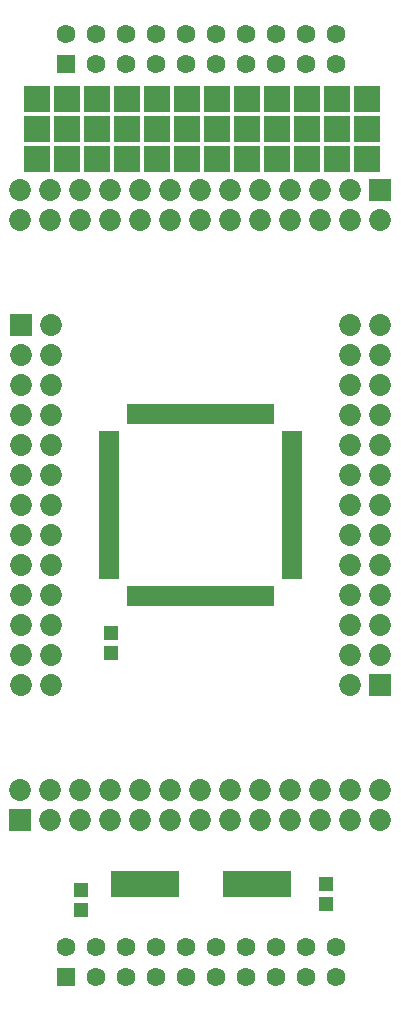
<source format=gbr>
%TF.GenerationSoftware,Altium Limited,Altium Designer,23.4.1 (23)*%
G04 Layer_Color=8388736*
%FSLAX45Y45*%
%MOMM*%
%TF.SameCoordinates,3C8645F9-427F-4EF9-BD5D-D69B0DC8593D*%
%TF.FilePolarity,Negative*%
%TF.FileFunction,Soldermask,Top*%
%TF.Part,Single*%
G01*
G75*
%TA.AperFunction,SMDPad,CuDef*%
%ADD26R,1.67820X0.50320*%
%ADD27R,0.50320X1.67820*%
%ADD28R,5.80320X2.30320*%
%ADD29R,1.20320X1.30320*%
%TA.AperFunction,ComponentPad*%
%ADD30C,1.85320*%
%ADD31R,1.85320X1.85320*%
%ADD32R,1.85320X1.85320*%
%TA.AperFunction,ViaPad*%
%ADD33R,2.20320X2.20320*%
%TA.AperFunction,ComponentPad*%
%ADD34R,1.59320X1.59320*%
%ADD35C,1.59320*%
D26*
X876200Y3900000D02*
D03*
Y3950000D02*
D03*
Y4000000D02*
D03*
Y4050000D02*
D03*
Y4100000D02*
D03*
Y4150000D02*
D03*
Y4200000D02*
D03*
Y4250000D02*
D03*
Y4300000D02*
D03*
Y4350000D02*
D03*
Y4400000D02*
D03*
Y4450000D02*
D03*
Y4500000D02*
D03*
Y4550000D02*
D03*
Y4600000D02*
D03*
Y4650000D02*
D03*
Y4700000D02*
D03*
Y4750000D02*
D03*
Y4800000D02*
D03*
Y4850000D02*
D03*
Y4900000D02*
D03*
Y4950000D02*
D03*
Y5000000D02*
D03*
Y5050000D02*
D03*
Y5100000D02*
D03*
X2423800D02*
D03*
Y5050000D02*
D03*
Y5000000D02*
D03*
Y4950000D02*
D03*
Y4900000D02*
D03*
Y4850000D02*
D03*
Y4800000D02*
D03*
Y4750000D02*
D03*
Y4700000D02*
D03*
Y4650000D02*
D03*
Y4600000D02*
D03*
Y4550000D02*
D03*
Y4500000D02*
D03*
Y4450000D02*
D03*
Y4400000D02*
D03*
Y4350000D02*
D03*
Y4300000D02*
D03*
Y4250000D02*
D03*
Y4200000D02*
D03*
Y4150000D02*
D03*
Y4100000D02*
D03*
Y4050000D02*
D03*
Y4000000D02*
D03*
Y3950000D02*
D03*
Y3900000D02*
D03*
D27*
X1050000Y5273800D02*
D03*
X1100000D02*
D03*
X1150000D02*
D03*
X1200000D02*
D03*
X1250000D02*
D03*
X1300000D02*
D03*
X1350000D02*
D03*
X1400000D02*
D03*
X1450000D02*
D03*
X1500000D02*
D03*
X1550000D02*
D03*
X1600000D02*
D03*
X1650000D02*
D03*
X1700000D02*
D03*
X1750000D02*
D03*
X1800000D02*
D03*
X1850000D02*
D03*
X1900000D02*
D03*
X1950000D02*
D03*
X2000000D02*
D03*
X2050000D02*
D03*
X2100000D02*
D03*
X2150000D02*
D03*
X2200000D02*
D03*
X2250000D02*
D03*
Y3726200D02*
D03*
X2200000D02*
D03*
X2150000D02*
D03*
X2100000D02*
D03*
X2050000D02*
D03*
X2000000D02*
D03*
X1950000D02*
D03*
X1900000D02*
D03*
X1850000D02*
D03*
X1800000D02*
D03*
X1750000D02*
D03*
X1700000D02*
D03*
X1650000D02*
D03*
X1600000D02*
D03*
X1550000D02*
D03*
X1500000D02*
D03*
X1450000D02*
D03*
X1400000D02*
D03*
X1350000D02*
D03*
X1300000D02*
D03*
X1250000D02*
D03*
X1200000D02*
D03*
X1150000D02*
D03*
X1100000D02*
D03*
X1050000D02*
D03*
D28*
X2126000Y1295400D02*
D03*
X1176000D02*
D03*
D29*
X889000Y3248750D02*
D03*
Y3418750D02*
D03*
X2714625Y1291500D02*
D03*
Y1121500D02*
D03*
X635000Y1243875D02*
D03*
Y1073875D02*
D03*
D30*
X381000Y2976000D02*
D03*
X127000D02*
D03*
X381000Y3230000D02*
D03*
X127000D02*
D03*
X381000Y3484000D02*
D03*
X127000D02*
D03*
X381000Y3738000D02*
D03*
X127000D02*
D03*
X381000Y3992000D02*
D03*
X127000D02*
D03*
X381000Y4246000D02*
D03*
X127000D02*
D03*
X381000Y4500000D02*
D03*
X127000D02*
D03*
X381000Y4754000D02*
D03*
X127000D02*
D03*
X381000Y5008000D02*
D03*
X127000D02*
D03*
X381000Y5262000D02*
D03*
X127000D02*
D03*
X381000Y5516000D02*
D03*
X127000D02*
D03*
X381000Y5770000D02*
D03*
X127000D02*
D03*
X381000Y6024000D02*
D03*
X126000Y2087000D02*
D03*
X380000Y1833000D02*
D03*
Y2087000D02*
D03*
X634000Y1833000D02*
D03*
Y2087000D02*
D03*
X888000Y1833000D02*
D03*
Y2087000D02*
D03*
X1142000Y1833000D02*
D03*
Y2087000D02*
D03*
X1396000Y1833000D02*
D03*
Y2087000D02*
D03*
X1650000Y1833000D02*
D03*
Y2087000D02*
D03*
X1904000Y1833000D02*
D03*
Y2087000D02*
D03*
X2158000Y1833000D02*
D03*
Y2087000D02*
D03*
X2412000Y1833000D02*
D03*
Y2087000D02*
D03*
X2666000Y1833000D02*
D03*
Y2087000D02*
D03*
X2920000Y1833000D02*
D03*
Y2087000D02*
D03*
X3174000Y1833000D02*
D03*
Y2087000D02*
D03*
Y6913000D02*
D03*
X2920000Y7167000D02*
D03*
Y6913000D02*
D03*
X2666000Y7167000D02*
D03*
Y6913000D02*
D03*
X2412000Y7167000D02*
D03*
Y6913000D02*
D03*
X2158000Y7167000D02*
D03*
Y6913000D02*
D03*
X1904000Y7167000D02*
D03*
Y6913000D02*
D03*
X1650000Y7167000D02*
D03*
Y6913000D02*
D03*
X1396000Y7167000D02*
D03*
Y6913000D02*
D03*
X1142000Y7167000D02*
D03*
Y6913000D02*
D03*
X888000Y7167000D02*
D03*
Y6913000D02*
D03*
X634000Y7167000D02*
D03*
Y6913000D02*
D03*
X380000Y7167000D02*
D03*
Y6913000D02*
D03*
X126000Y7167000D02*
D03*
Y6913000D02*
D03*
X2919000Y2976000D02*
D03*
X3173000Y3230000D02*
D03*
X2919000D02*
D03*
X3173000Y3484000D02*
D03*
X2919000D02*
D03*
X3173000Y3738000D02*
D03*
X2919000D02*
D03*
X3173000Y3992000D02*
D03*
X2919000D02*
D03*
X3173000Y4246000D02*
D03*
X2919000D02*
D03*
X3173000Y4500000D02*
D03*
X2919000D02*
D03*
X3173000Y4754000D02*
D03*
X2919000D02*
D03*
X3173000Y5008000D02*
D03*
X2919000D02*
D03*
X3173000Y5262000D02*
D03*
X2919000D02*
D03*
X3173000Y5516000D02*
D03*
X2919000D02*
D03*
X3173000Y5770000D02*
D03*
X2919000D02*
D03*
X3173000Y6024000D02*
D03*
X2919000D02*
D03*
D31*
X127000D02*
D03*
X3173000Y2976000D02*
D03*
D32*
X126000Y1833000D02*
D03*
X3174000Y7167000D02*
D03*
D33*
X269875Y7429500D02*
D03*
X1031875D02*
D03*
X523875D02*
D03*
X777875D02*
D03*
X1285875D02*
D03*
X2047875D02*
D03*
X1793875D02*
D03*
X1539875D02*
D03*
X3063875D02*
D03*
X2809875D02*
D03*
X2301875D02*
D03*
X2555875D02*
D03*
X2301875Y7937500D02*
D03*
Y7683500D02*
D03*
X2555875D02*
D03*
Y7937500D02*
D03*
X3063875D02*
D03*
Y7683500D02*
D03*
X2809875D02*
D03*
Y7937500D02*
D03*
X1285875D02*
D03*
Y7683500D02*
D03*
X1539875D02*
D03*
Y7937500D02*
D03*
X2047875D02*
D03*
Y7683500D02*
D03*
X1793875D02*
D03*
Y7937500D02*
D03*
X777875D02*
D03*
Y7683500D02*
D03*
X1031875D02*
D03*
Y7937500D02*
D03*
X523875D02*
D03*
Y7683500D02*
D03*
X269875D02*
D03*
Y7937500D02*
D03*
D34*
X508000Y8238000D02*
D03*
Y508000D02*
D03*
D35*
Y8492000D02*
D03*
X762000Y8238000D02*
D03*
Y8492000D02*
D03*
X1016000Y8238000D02*
D03*
Y8492000D02*
D03*
X1270000Y8238000D02*
D03*
Y8492000D02*
D03*
X1524000Y8238000D02*
D03*
Y8492000D02*
D03*
X1778000Y8238000D02*
D03*
Y8492000D02*
D03*
X2032000Y8238000D02*
D03*
Y8492000D02*
D03*
X2286000Y8238000D02*
D03*
Y8492000D02*
D03*
X2540000Y8238000D02*
D03*
Y8492000D02*
D03*
X2794000Y8238000D02*
D03*
Y8492000D02*
D03*
X508000Y762000D02*
D03*
X762000Y508000D02*
D03*
Y762000D02*
D03*
X1016000Y508000D02*
D03*
Y762000D02*
D03*
X1270000Y508000D02*
D03*
Y762000D02*
D03*
X1524000Y508000D02*
D03*
Y762000D02*
D03*
X1778000Y508000D02*
D03*
Y762000D02*
D03*
X2032000Y508000D02*
D03*
Y762000D02*
D03*
X2286000Y508000D02*
D03*
Y762000D02*
D03*
X2540000Y508000D02*
D03*
Y762000D02*
D03*
X2794000Y508000D02*
D03*
Y762000D02*
D03*
%TF.MD5,d5611cf0582a102f12255c5b22ad400d*%
M02*

</source>
